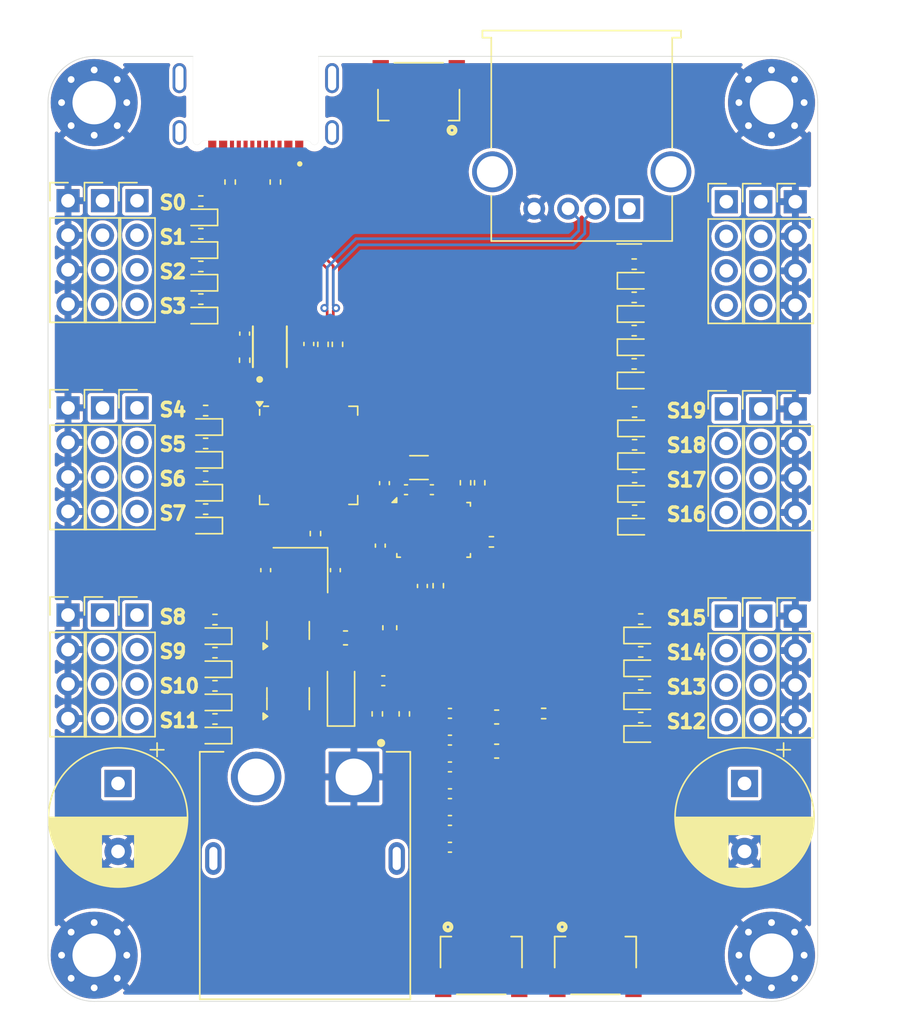
<source format=kicad_pcb>
(kicad_pcb (version 20240108) (generator "pcbnew") (generator_version "8.0")
  (layers (0 "F.Cu" signal) (31 "B.Cu" signal) (34 "B.Paste" user) (35 "F.Paste" user) (36 "B.SilkS" user "B.Silkscreen") (37 "F.SilkS" user "F.Silkscreen") (38 "B.Mask" user) (39 "F.Mask" user) (44 "Edge.Cuts" user))
  (net 0 "")
  (net 1 "VSYS")
  (net 2 "VBUS")
  (net 3 "/DN")
  (net 4 "/DP")
  (net 5 "/GPIO16")
  (net 6 "/USB_DN")
  (net 7 "/GPIO27_ADC1")
  (net 8 "GND")
  (net 9 "/GPIO1")
  (net 10 "+3V3")
  (net 11 "/GPIO11")
  (net 12 "/QSPI_SCLK")
  (net 13 "/GPIO2")
  (net 14 "/GPIO20")
  (net 15 "/QSPI_SD1")
  (net 16 "/GPIO22")
  (net 17 "/GPIO4")
  (net 18 "Net-(U1-XIN)")
  (net 19 "+1V2")
  (net 20 "/SWCLK")
  (net 21 "/QSPI_SS")
  (net 22 "/GPIO25")
  (net 23 "/GPIO8")
  (net 24 "/GPIO7")
  (net 25 "/GPIO29_ADC3")
  (net 26 "/RUN")
  (net 27 "/GPIO28_ADC2")
  (net 28 "Net-(U1-XOUT)")
  (net 29 "/GPIO24")
  (net 30 "/GPIO13")
  (net 31 "/GPIO18")
  (net 32 "/QSPI_SD2")
  (net 33 "/QSPI_SD3")
  (net 34 "/GPIO26_ADC0")
  (net 35 "/GPIO3")
  (net 36 "/GPIO14")
  (net 37 "/GPIO21")
  (net 38 "/GPIO19")
  (net 39 "/GPIO6")
  (net 40 "/USB_DP")
  (net 41 "/GPIO5")
  (net 42 "/GPIO17")
  (net 43 "/GPIO12")
  (net 44 "/GPIO15")
  (net 45 "/QSPI_SD0")
  (net 46 "/GPIO23")
  (net 47 "/GPIO9")
  (net 48 "/SWD")
  (net 49 "/GPIO0")
  (net 50 "/GPIO10")
  (net 51 "Net-(U2-XIN32)")
  (net 52 "/IMU/SCL")
  (net 56 "/IMU/INT")
  (net 57 "/IMU/~{RESET}")
  (net 59 "Net-(U2-CAP)")
  (net 61 "Net-(U2-COM3)")
  (net 63 "Net-(U2-XOUT32)")
  (net 66 "/IMU/SDA")
  (net 68 "Net-(U3-EN)")
  (net 71 "Net-(C2-Pad2)")
  (net 72 "+5V")
  (net 73 "Net-(J2-Pin_2)")
  (net 74 "Net-(J2-Pin_4)")
  (net 75 "Net-(J2-Pin_1)")
  (net 76 "Net-(J2-Pin_3)")
  (net 77 "Net-(J3-Pin_2)")
  (net 78 "Net-(J3-Pin_1)")
  (net 79 "Net-(J3-Pin_3)")
  (net 80 "Net-(J3-Pin_4)")
  (net 81 "Net-(J4-Pin_1)")
  (net 82 "Net-(J4-Pin_2)")
  (net 83 "Net-(J4-Pin_3)")
  (net 84 "Net-(J4-Pin_4)")
  (net 85 "Net-(J5-Pin_3)")
  (net 86 "Net-(J5-Pin_4)")
  (net 87 "Net-(J5-Pin_1)")
  (net 88 "Net-(J5-Pin_2)")
  (net 89 "Net-(J6-Pin_4)")
  (net 90 "Net-(J6-Pin_3)")
  (net 91 "Net-(J6-Pin_1)")
  (net 92 "Net-(J6-Pin_2)")
  (net 93 "Net-(J7-Pin_1)")
  (net 94 "Net-(J7-Pin_4)")
  (net 95 "Net-(J7-Pin_2)")
  (net 96 "Net-(J7-Pin_3)")
  (net 97 "/Servo Connector/SERVO_0")
  (net 98 "/Servo Connector/SERVO_1")
  (net 99 "/Servo Connector/SERVO_2")
  (net 100 "/Servo Connector/SERVO_3")
  (net 101 "/Servo Connector/SERVO_4")
  (net 102 "/Servo Connector/SERVO_5")
  (net 103 "/Servo Connector/SERVO_6")
  (net 104 "/Servo Connector/SERVO_7")
  (net 105 "/Servo Connector/SERVO_8")
  (net 106 "/Servo Connector/SERVO_9")
  (net 107 "/Servo Connector/SERVO_10")
  (net 108 "/Servo Connector/SERVO_11")
  (net 109 "/Servo Connector/SERVO_12")
  (net 110 "/Servo Connector/SERVO_13")
  (net 111 "/Servo Connector/SERVO_14")
  (net 112 "/Servo Connector/SERVO_15")
  (net 113 "/Servo Connector/SERVO_16")
  (net 114 "/Servo Connector/SERVO_17")
  (net 115 "/Servo Connector/SERVO_18")
  (net 116 "/Servo Connector/SERVO_19")
  (net 117 "/Servo Connector/SERVO_20")
  (net 118 "/Servo Connector/SERVO_21")
  (net 119 "/Servo Connector/SERVO_22")
  (net 120 "/Servo Connector/SERVO_23")
  (net 123 "Net-(J24-CC1)")
  (net 124 "VSERVO")
  (net 126 "Net-(J24-CC2)")
  (net 128 "Net-(J15-SHIELD-PadS1)")
  (net 132 "Net-(J22-SHIELD-PadS1)")
  (net 137 "Net-(J23-SHIELD-PadS1)")
  (footprint "Resistor_SMD:R_0402_1005Metric" (layer "F.Cu") (at 145.0409 101.284311)
    (property "Reference" "R24" (hide yes))
    (property "Value" "330")
  )
  (footprint "Diode_SMD:D_SOD-523" (layer "F.Cu") (at 145.0634 97.670256)
    (property "Reference" "D19" (hide yes))
    (property "Value" "3.3V")
  )
  (footprint "Resistor_SMD:R_0402_1005Metric" (layer "F.Cu") (at 126.0974 116.2637 90)
    (property "Reference" "R37" (hide yes))
    (property "Value" "10K")
  )
  (footprint "Connector_PinHeader_2.54mm:PinHeader_1x04_P2.54mm_Vertical" (layer "F.Cu") (at 154.3304 78.5876)
    (property "Reference" "J12" (hide yes))
    (property "Value" "SERVO_PWR")
  )
  (footprint "Connector_PinHeader_2.54mm:PinHeader_1x04_P2.54mm_Vertical" (layer "F.Cu") (at 103.3272 78.5114)
    (property "Reference" "J16" (hide yes))
    (property "Value" "SERVO_GND")
  )
  (footprint "Diode_SMD:D_SOD-523" (layer "F.Cu") (at 113.0837 86.96113 180)
    (property "Reference" "D5" (hide yes))
    (property "Value" "3.3V")
  )
  (footprint "Diode_SMD:D_SOD-523" (layer "F.Cu") (at 145.0634 95.260886)
    (property "Reference" "D18" (hide yes))
    (property "Value" "3.3V")
  )
  (footprint "Connector_PinHeader_2.54mm:PinHeader_1x04_P2.54mm_Vertical" (layer "F.Cu") (at 105.8672 78.5114)
    (property "Reference" "J9" (hide yes))
    (property "Value" "SERVO_PWR")
  )
  (footprint "Capacitor_SMD:C_0402_1005Metric" (layer "F.Cu") (at 129.4184 106.8552 -90)
    (property "Reference" "C16" (hide yes))
    (property "Value" "100n")
  )
  (footprint "Connector_USB:USB_A_Molex_67643_Horizontal" (layer "F.Cu") (at 144.6478 79.0962 180)
    (property "Reference" "J1" (hide yes))
    (property "Value" "USB_A")
  )
  (footprint "W25Q16JVUXIQ:Winbond-UX-0-0-IPC_B" (layer "F.Cu") (at 118.1862 89.2556 90)
    (property "Reference" "U4" (hide yes))
    (property "Value" "W25Q16JVUXIQ")
  )
  (footprint "Capacitor_THT:CP_Radial_D10.0mm_P5.00mm" (layer "F.Cu") (at 153.1366 121.381123 -90)
    (property "Reference" "C13" (hide yes))
    (property "Value" "1200u")
  )
  (footprint "Diode_SMD:D_SOD-523" (layer "F.Cu") (at 113.0837 84.54813 180)
    (property "Reference" "D4" (hide yes))
    (property "Value" "3.3V")
  )
  (footprint "Diode_SMD:D_SOD-523" (layer "F.Cu") (at 114.1251 110.5408 180)
    (property "Reference" "D10" (hide yes))
    (property "Value" "3.3V")
  )
  (footprint "Connector_PinHeader_2.54mm:PinHeader_1x04_P2.54mm_Vertical" (layer "F.Cu") (at 105.8672 108.9914)
    (property "Reference" "J11" (hide yes))
    (property "Value" "SERVO_PWR")
  )
  (footprint "Resistor_SMD:R_0402_1005Metric" (layer "F.Cu") (at 121.5438 102.997 90)
    (property "Reference" "R3" (hide yes))
    (property "Value" "1K")
  )
  (footprint "Diode_SMD:D_SOD-523" (layer "F.Cu") (at 113.4373 99.992542 180)
    (property "Reference" "D8" (hide yes))
    (property "Value" "3.3V")
  )
  (footprint "Connector_PinHeader_2.54mm:PinHeader_1x04_P2.54mm_Vertical" (layer "F.Cu") (at 156.8704 93.8276)
    (property "Reference" "J20" (hide yes))
    (property "Value" "SERVO_GND")
  )
  (footprint "Connector_PinHeader_2.54mm:PinHeader_1x04_P2.54mm_Vertical" (layer "F.Cu") (at 151.7904 78.5876)
    (property "Reference" "J5" (hide yes))
    (property "Value" "SERVO_SIG")
  )
  (footprint "Connector_PinHeader_2.54mm:PinHeader_1x04_P2.54mm_Vertical" (layer "F.Cu") (at 151.7904 93.8276)
    (property "Reference" "J6" (hide yes))
    (property "Value" "SERVO_SIG")
  )
  (footprint "Diode_SMD:D_SOD-123" (layer "F.Cu") (at 123.4274 114.7987 90)
    (property "Reference" "D1" (hide yes))
    (property "Value" "MBR0540")
  )
  (footprint "Resistor_SMD:R_0402_1005Metric" (layer "F.Cu") (at 145.0106 88.069056)
    (property "Reference" "R19" (hide yes))
    (property "Value" "330")
  )
  (footprint "Capacitor_SMD:C_0402_1005Metric" (layer "F.Cu") (at 131.4464 120.1636)
    (property "Reference" "C8" (hide yes))
    (property "Value" "100n")
  )
  (footprint "Capacitor_SMD:C_0402_1005Metric" (layer "F.Cu") (at 131.4464 126.0736)
    (property "Reference" "C11" (hide yes))
    (property "Value" "100n")
  )
  (footprint "Diode_SMD:D_SOD-523" (layer "F.Cu") (at 145.5157 117.743514)
    (property "Reference" "D25" (hide yes))
    (property "Value" "3.3V")
  )
  (footprint "Connector_PinHeader_2.54mm:PinHeader_1x04_P2.54mm_Vertical" (layer "F.Cu") (at 103.3272 93.7514)
    (property "Reference" "J17" (hide yes))
    (property "Value" "SERVO_GND")
  )
  (footprint "Capacitor_SMD:C_0402_1005Metric" (layer "F.Cu") (at 131.4464 122.1336)
    (property "Reference" "C9" (hide yes))
    (property "Value" "100n")
  )
  (footprint "Resistor_SMD:R_0402_1005Metric" (layer "F.Cu") (at 113.4598 98.784228 180)
    (property "Reference" "R11" (hide yes))
    (property "Value" "330")
  )
  (footprint "Resistor_SMD:R_0402_1005Metric" (layer "F.Cu") (at 145.0106 90.514712)
    (property "Reference" "R20" (hide yes))
    (property "Value" "330")
  )
  (footprint "Resistor_SMD:R_0402_1005Metric" (layer "F.Cu") (at 118.5926 77.1398 90)
    (property "Reference" "R39" (hide yes))
    (property "Value" "5K1")
  )
  (footprint "Capacitor_SMD:C_0603_1608Metric" (layer "F.Cu") (at 134.8864 116.4936)
    (property "Reference" "C4" (hide yes))
    (property "Value" "1u")
  )
  (footprint "Resistor_SMD:R_0402_1005Metric" (layer "F.Cu") (at 128.0874 116.2637 90)
    (property "Reference" "R38" (hide yes))
    (property "Value" "10K")
  )
  (footprint "Diode_SMD:D_SOD-523" (layer "F.Cu") (at 113.4373 102.40917 180)
    (property "Reference" "D9" (hide yes))
    (property "Value" "3.3V")
  )
  (footprint "Capacitor_SMD:C_0603_1608Metric" (layer "F.Cu") (at 134.8864 119.0036)
    (property "Reference" "C7" (hide yes))
    (property "Value" "1u")
  )
  (footprint "Capacitor_SMD:C_0402_1005Metric" (layer "F.Cu") (at 128.2119 99.7712 180)
    (property "Reference" "C15" (hide yes))
    (property "Value" "22p")
  )
  (footprint "Resistor_SMD:R_0402_1005Metric" (layer "F.Cu") (at 145.4932 114.118572)
    (property "Reference" "R27" (hide yes))
    (property "Value" "330")
  )
  (footprint "SM04B-SRSS-TB_LF__SN_:JST_SM04B-SRSS-TB_LF__SN_" (layer "F.Cu") (at 129.1482 72.9422 180)
    (property "Reference" "J23" (hide yes))
    (property "Value" "SM04B-SRSS-TB_LF__SN_")
  )
  (footprint "Diode_SMD:D_SOD-523" (layer "F.Cu") (at 114.1251 112.9792 180)
    (property "Reference" "D11" (hide yes))
    (property "Value" "3.3V")
  )
  (footprint "Package_DFN_QFN:QFN-56-1EP_7x7mm_P0.4mm_EP3.2x3.2mm" (layer "F.Cu") (at 121.0438 97.244)
    (property "Reference" "U1" (hide yes))
    (property "Value" "RP2040")
  )
  (footprint "Connector_PinHeader_2.54mm:PinHeader_1x04_P2.54mm_Vertical" (layer "F.Cu") (at 151.7904 109.0676)
    (property "Reference" "J7" (hide yes))
    (property "Value" "SERVO_SIG")
  )
  (footprint "Diode_SMD:D_SOD-523" (layer "F.Cu") (at 145.0331 91.737544)
    (property "Reference" "D17" (hide yes))
    (property "Value" "3.3V")
  )
  (footprint "Diode_SMD:D_SOD-523" (layer "F.Cu") (at 145.5157 115.326886)
    (property "Reference" "D24" (hide yes))
    (property "Value" "3.3V")
  )
  (footprint "Capacitor_SMD:C_0402_1005Metric" (layer "F.Cu") (at 126.6244 99.2912 90)
    (property "Reference" "C17" (hide yes))
    (property "Value" "100n")
  )
  (footprint "Diode_SMD:D_SOD-523" (layer "F.Cu") (at 113.0837 79.739066 180)
    (property "Reference" "D2" (hide yes))
    (property "Value" "3.3V")
  )
  (footprint "Resistor_SMD:R_0402_1005Metric" (layer "F.Cu") (at 115.2652 77.1398 90)
    (property "Reference" "R40" (hide yes))
    (property "Value" "5K1")
  )
  (footprint "Connector_PinHeader_2.54mm:PinHeader_1x04_P2.54mm_Vertical" (layer "F.Cu") (at 103.3272 108.9914)
    (property "Reference" "J18" (hide yes))
    (property "Value" "SERVO_GND")
  )
  (footprint "Resistor_SMD:R_0402_1005Metric" (layer "F.Cu") (at 113.1062 83.345864 180)
    (property "Reference" "R7" (hide yes))
    (property "Value" "330")
  )
  (footprint "Diode_SMD:D_SOD-523" (layer "F.Cu") (at 145.0331 89.291884)
    (property "Reference" "D16" (hide yes))
    (property "Value" "3.3V")
  )
  (footprint "Resistor_SMD:R_0402_1005Metric" (layer "F.Cu") (at 122.0978 89.0778 -90)
    (property "Reference" "R1" (hide yes))
    (property "Value" "22")
  )
  (footprint "Resistor_SMD:R_0402_1005Metric" (layer "F.Cu") (at 133.6348 99.2612 -90)
    (property "Reference" "R35" (hide yes))
    (property "Value" "2K2")
  )
  (footprint "Diode_SMD:D_SOD-523" (layer "F.Cu") (at 145.0634 100.079626)
    (property "Reference" "D20" (hide yes))
    (property "Value" "3.3V")
  )
  (footprint "Capacitor_SMD:C_0402_1005Metric" (layer "F.Cu") (at 131.4464 118.1936)
    (property "Reference" "C6" (hide yes))
    (property "Value" "100n")
  )
  (footprint "Connector_PinHeader_2.54mm:PinHeader_1x04_P2.54mm_Vertical" (layer "F.Cu") (at 154.3304 93.8276)
    (property "Reference" "J13" (hide yes))
    (property "Value" "SERVO_PWR")
  )
  (footprint "Capacitor_SMD:C_0402_1005Metric" (layer "F.Cu") (at 117.8814 105.6894 -90)
    (property "Reference" "C1" (hide yes))
    (property "Value" "22p")
  )
  (footprint "Diode_SMD:D_SOD-523" (layer "F.Cu") (at 114.1251 117.856 180)
    (property "Reference" "D13" (hide yes))
    (property "Value" "3.3V")
  )
  (footprint "Resistor_SMD:R_0402_1005Metric" (layer "F.Cu") (at 113.1062 85.750396 180)
    (property "Reference" "R8" (hide yes))
    (property "Value" "330")
  )
  (footprint "Connector_PinHeader_2.54mm:PinHeader_1x04_P2.54mm_Vertical" (layer "F.Cu") (at 108.4072 93.7514)
    (property "Reference" "J3" (hide yes))
    (property "Value" "SERVO_SIG")
  )
  (footprint "Package_TO_SOT_SMD:SOT-23" (layer "F.Cu") (at 119.5324 110.1237 90)
    (property "Reference" "Q1" (hide yes))
    (property "Value" "DMG3415")
  )
  (footprint "Capacitor_SMD:C_0402_1005Metric" (layer "F.Cu") (at 121.0564 89.0506 90)
    (property "Reference" "C3" (hide yes))
    (property "Value" "100n")
  )
  (footprint "Resistor_SMD:R_0402_1005Metric" (layer "F.Cu") (at 145.0106 85.6234)
    (property "Reference" "R18" (hide yes))
    (property "Value" "330")
  )
  (footprint "SM04B-SRSS-TB_LF__SN_:JST_SM04B-SRSS-TB_LF__SN_" (layer "F.Cu") (at 133.7504 132.3198)
    (property "Reference" "J15" (hide yes))
    (property "Value" "SM04B-SRSS-TB_LF__SN_")
  )
  (footprint "MountingHole:MountingHole_3.2mm_M3_Pad_Via" (layer "F.Cu") (at 155.1214 71.2944)
    (property "Reference" "H3" (hide yes))
    (property "Value" "MountingHole_Pad")
  )
  (footprint "Capacitor_SMD:C_0603_1608Metric" (layer "F.Cu") (at 123.7574 110.6737 180)
    (property "Reference" "C20" (hide yes))
    (property "Value" "22u")
  )
  (footprint "Diode_SMD:D_SOD-523" (layer "F.Cu") (at 145.0331 84.400572)
    (property "Reference" "D14" (hide yes))
    (property "Value" "3.3V")
  )
  (footprint "MountingHole:MountingHole_3.2mm_M3_Pad_Via" (layer "F.Cu") (at 155.1214 134.014)
    (property "Reference" "H4" (hide yes))
    (property "Value" "MountingHole_Pad")
  )
  (footprint "Crystal:Crystal_SMD_3215-2Pin_3.2x1.5mm" (layer "F.Cu") (at 129.1644 98.1456 180)
    (property "Reference" "Y2" (hide yes))
    (property "Value" "32.768KHz")
  )
  (footprint "Capacitor_SMD:C_0402_1005Metric" (layer "F.Cu") (at 131.4464 124.1036)
    (property "Reference" "C10" (hide yes))
    (property "Value" "100n")
  )
  (footprint "Package_LGA:LGA-28_5.2x3.8mm_P0.5mm" (layer "F.Cu") (at 130.2452 102.7267)
    (property "Reference" "U2" (hide yes))
    (property "Value" "BNO055")
  )
  (footprint "Resistor_SMD:R_0402_1005Metric" (layer "F.Cu") (at 134.4984 103.6066)
    (property "Reference" "R33" (hide yes))
    (property "Value" "10K")
  )
  (footprint "Molex-USB-mid-mount-2169900003:MOLEX_2169900003" (layer "F.Cu") (at 117.1486 69.4944 180)
    (property "Reference" "J24" (hide yes))
    (property "Value" "2169900003")
    (fp_line (start 4.62 1.6) (end 4.62 -4.6) (stroke (width 0.01)) (layer "Edge.Cuts"))
    (fp_line (start -3.80038 -4.6) (end 3.80038 -4.6) (stroke (width 0.01)) (layer "Edge.Cuts"))
    (fp_line (start -4.62 1.6) (end -4.62 -4.6) (stroke (width 0.01)) (layer "Edge.Cuts"))
    (fp_arc (start 4.06019 -4.75) (mid 4.397645 -4.88978) (end 4.62 -4.600001) (stroke (width 0.01)) (layer "Edge.Cuts"))
    (fp_arc (start 4.06019 -4.75) (mid 3.95038 -4.640198) (end 3.80038 -4.6) (stroke (width 0.01)) (layer "Edge.Cuts"))
    (fp_arc (start -3.80038 -4.6) (mid -3.950382 -4.640191) (end -4.060191 -4.75) (stroke (width 0.01)) (layer "Edge.Cuts"))
    (fp_arc (start -4.62 -4.6) (mid -4.397645 -4.889779) (end -4.060191 -4.750001) (stroke (width 0.01)) (layer "Edge.Cuts"))
  )
  (footprint "Resistor_SMD:R_0402_1005Metric" (layer "F.Cu") (at 145.4932 109.285316)
    (property "Reference" "R25" (hide yes))
    (property "Value" "330")
  )
  (footprint "Capacitor_SMD:C_0402_1005Metric" (layer "F.Cu") (at 116.332 88.2904 -90)
    (property "Reference" "C22" (hide yes))
    (property "Value" "100n")
  )
  (footprint "Connector_PinHeader_2.54mm:PinHeader_1x04_P2.54mm_Vertical" (layer "F.Cu") (at 108.4072 108.9914)
    (property "Reference" "J4" (hide yes))
    (property "Value" "SERVO_SIG")
  )
  (footprint "Resistor_SMD:R_0402_1005Metric" (layer "F.Cu") (at 114.1476 114.1984 180)
    (property "Reference" "R15" (hide yes))
    (property "Value" "330")
  )
  (footprint "Connector_PinHeader_2.54mm:PinHeader_1x04_P2.54mm_Vertical" (layer "F.Cu") (at 105.8672 93.7514)
    (property "Reference" "J10" (hide yes))
    (property "Value" "SERVO_PWR")
  )
  (footprint "MountingHole:MountingHole_3.2mm_M3_Pad_Via" (layer "F.Cu") (at 105.254 134.014)
    (property "Reference" "H1" (hide yes))
    (property "Value" "MountingHole_Pad")
  )
  (footprint "Resistor_SMD:R_0402_1005Metric" (layer "F.Cu") (at 145.0409 94.056201)
    (property "Reference" "R21" (hide yes))
    (property "Value" "330")
  )
  (footprint "Resistor_SMD:R_0402_1005Metric" (layer "F.Cu") (at 145.0409 96.465571)
    (property "Reference" "R22" (hide yes))
    (property "Value" "330")
  )
  (footprint "Capacitor_THT:CP_Radial_D10.0mm_P5.00mm" (layer "F.Cu") (at 107.0102 121.381123 -90)
    (property "Reference" "C12" (hide yes))
    (property "Value" "1200u")
  )
  (footprint "Resistor_SMD:R_0402_1005Metric" (layer "F.Cu") (at 114.1476 116.6368 180)
    (property "Reference" "R16" (hide yes))
    (property "Value" "330")
  )
  (footprint "Capacitor_SMD:C_0402_1005Metric" (layer "F.Cu") (at 126.3196 103.886 -90)
    (property "Reference" "C18" (hide yes))
    (property "Value" "100n")
  )
  (footprint "Resistor_SMD:R_0402_1005Metric" (layer "F.Cu") (at 145.0106 83.177744)
    (property "Reference" "R17" (hide yes))
    (property "Value" "330")
  )
  (footprint "Connector_PinHeader_2.54mm:PinHeader_1x04_P2.54mm_Vertical" (layer "F.Cu") (at 154.3304 109.0676)
    (property "Reference" "J14" (hide yes))
    (property "Value" "SERVO_PWR")
  )
  (footprint "Resistor_SMD:R_0402_1005Metric" (layer "F.Cu") (at 113.1062 80.941332 180)
    (property "Reference" "R6" (hide yes))
    (property "Value" "330")
  )
  (footprint "Resistor_SMD:R_0402_1005Metric" (layer "F.Cu") (at 114.1476 109.3216 180)
    (property "Reference" "R13" (hide yes))
    (property "Value" "330")
  )
  (footprint "Capacitor_SMD:C_0402_1005Metric" (layer "F.Cu") (at 130.1169 99.7712)
    (property "Reference" "C14" (hide yes))
    (property "Value" "22p")
  )
  (footprint "Resistor_SMD:R_0402_1005Metric" (layer "F.Cu") (at 145.0409 98.874941)
    (property "Reference" "R23" (hide yes))
    (property "Value" "330")
  )
  (footprint "Capacitor_SMD:C_0402_1005Metric" (layer "F.Cu") (at 126.5374 113.8237 180)
    (property "Reference" "C21" (hide yes))
    (property "Value" "100n")
  )
  (footprint "Capacitor_SMD:C_0402_1005Metric" (layer "F.Cu") (at 131.4464 116.2236)
    (property "Reference" "C5" (hide yes))
    (property "Value" "100n")
  )
  (footprint "Resistor_SMD:R_0402_1005Metric" (layer "F.Cu") (at 113.4598 93.950972 180)
    (property "Reference" "R9" (hide yes))
    (property "Value" "330")
  )
  (footprint "Diode_SMD:D_SOD-523" (layer "F.Cu") (at 114.1251 115.4176 180)
    (property "Reference" "D12" (hide yes))
    (property "Value" "3.3V")
  )
  (footprint "Diode_SMD:D_SOD-523" (layer "F.Cu") (at 113.4373 95.159286 180)
    (property "Reference" "D6" (hide yes))
    (property "Value" "3.3V")
  )
  (footprint "Package_TO_SOT_SMD:SOT-23-5" (layer "F.Cu") (at 119.5324 115.1437 90)
    (property "Reference" "U3" (hide yes))
    (property "Value" "AP2112K-3.3")
  )
  (footprint "Resistor_SMD:R_0402_1005Metric" (layer "F.Cu") (at 132.5934 99.2612 -90)
    (property "Reference" "R34" (hide yes))
    (property "Value" "2K2")
  )
  (footprint "Connector_PinHeader_2.54mm:PinHeader_1x04_P2.54mm_Vertical" (layer "F.Cu") (at 156.8704 78.5876)
    (property "Reference" "J19" (hide yes))
    (property "Value" "SERVO_GND")
  )
  (footprint "XT60PW-M:XT60PW-M" (layer "F.Cu") (at 120.777 126.9003 180)
    (property "Reference" "J8" (hide yes))
    (property "Value" "XT60PW-M")
  )
  (footprint "Diode_SMD:D_SOD-523" (layer "F.Cu") (at 113.0837 82.143598 180)
    (property "Reference" "D3" (hide yes))
    (property "Value" "3.3V")
  )
  (footprint "Diode_SMD:D_SOD-523" (layer "F.Cu") (at 145.0634 102.488996)
    (property "Reference" "D21" (hide yes))
    (property "Value" "3.3V")
  )
  (footprint "Resistor_SMD:R_0402_1005Metric" (layer "F.Cu") (at 113.4598 101.200856 180)
    (property "Reference" "R12" (hide yes))
    (property "Value" "330")
  )
  (footprint "Resistor_SMD:R_0402_1005Metric" (layer "F.Cu") (at 138.3464 116.2336)
    (property "Reference" "R4" (hide yes))
    (property "Value" "10K")
  )
  (footprint "Resistor_SMD:R_0402_1005Metric" (layer "F.Cu") (at 114.1476 111.76 180)
    (property "Reference" "R14" (hide yes))
    (property "Value" "330")
  )
  (footprint "Resistor_SMD:R_0402_1005Metric" (layer "F.Cu") (at 116.332 90.2462 90)
    (property "Reference" "R41" (hide yes))
    (property "Value" "10K")
  )
  (footprint "Capacitor_SMD:C_0402_1005Metric" (layer "F.Cu") (at 123.0122 105.6894 90)
    (property "Reference" "C2" (hide yes))
    (property "Value" "22p")
  )
  (footprint "Resistor_SMD:R_0402_1005Metric" (layer "F.Cu") (at 123.1646 89.0778 -90)
    (property "Reference" "R2" (hide yes))
    (property "Value" "22")
  )
  (footprint "Resistor_SMD:R_0402_1005Metric" (layer "F.Cu") (at 113.1062 78.5368 180)
    (property "Reference" "R5" (hide yes))
    (property "Value" "330")
  )
  (footprint "Resistor_SMD:R_0402_1005Metric" (layer "F.Cu") (at 130.5868 106.8324 90)
    (property "Reference" "R36" (hide yes))
    (property "Value" "10K")
  )
  (footprint "Connector_PinHeader_2.54mm:PinHeader_1x04_P2.54mm_Vertical" (layer "F.Cu") (at 108.4072 78.5114)
    (property "Reference" "J2" (hide yes))
    (property "Value" "SERVO_SIG")
  )
  (footprint "Crystal:Crystal_SMD_3225-4Pin_3.2x2.5mm" (layer "F.Cu") (at 120.4438 105.6894 180)
    (property "Reference" "Y1" (hide yes))
    (property "Value" "24MHz")
  )
  (footprint "Diode_SMD:D_SOD-523" (layer "F.Cu") (at 145.5157 110.49363)
    (property "Reference" "D22" (hide yes))
    (property "Value" "3.3V")
  )
  (footprint "MountingHole:MountingHole_3.2mm_M3_Pad_Via" (layer "F.Cu") (at 105.254 71.2944)
    (property "Reference" "H2" (hide yes))
    (property "Value" "MountingHole_Pad")
  )
  (footprint "Capacitor_SMD:C_0603_1608Metric" (layer "F.Cu") (at 127.0174 109.9237 90)
    (property "Reference" "C19" (hide yes))
    (property "Value" "10u")
  )
  (footprint "Diode_SMD:D_SOD-523" (layer "F.Cu") (at 145.5157 112.910258)
    (property "Reference" "D23" (hide yes))
    (property "Value" "3.3V")
  )
  (footprint "Diode_SMD:D_SOD-523" (layer "F.Cu") (at 113.4373 97.575914 180)
    (property "Reference" "D7" (hide yes))
    (property "Value" "3.3V")
  )
  (footprint "Resistor_SMD:R_0402_1005Metric" (layer "F.Cu") (at 145.4932 111.701944)
    (property "Reference" "R26" (hide yes))
    (property "Value" "330")
  )
  (footprint "Resistor_SMD:R_0402_1005Metric" (layer "F.Cu") (at 145.4932 116.5352)
    (property "Reference" "R28" (hide yes))
    (property "Value" "330")
  )
  (footprint "Resistor_SMD:R_0402_1005Metric" (layer "F.Cu") (at 113.4598 96.3676 180)
    (property "Reference" "R10" (hide yes))
    (property "Value" "330")
  )
  (footprint "Diode_SMD:D_SOD-523" (layer "F.Cu") (at 145.0331 86.846228)
    (property "Reference" "D15" (hide yes))
    (property "Value" "3.3V")
  )
  (footprint "Connector_PinHeader_2.54mm:PinHeader_1x04_P2.54mm_Vertical" (layer "F.Cu") (at 156.8704 109.0676)
    (property "Reference" "J21" (hide yes))
    (property "Value" "SERVO_GND")
  )
  (footprint "SM04B-SRSS-TB_LF__SN_:JST_SM04B-SRSS-TB_LF__SN_" (layer "F.Cu") (at 142.1578 132.3198)
    (property "Reference" "J22" (hide yes))
    (property "Value" "SM04B-SRSS-TB_LF__SN_")
  )
  (gr_line (start 101.854 71.2944) (end 101.854 134.014) (stroke (width 0.05)) (layer "Edge.Cuts"))
  (gr_arc (start 101.854 71.2944) (mid 102.849837 68.890237) (end 105.254 67.8944) (stroke (width 0.05)) (layer "Edge.Cuts"))
  (gr_line (start 105.254 137.414) (end 155.1214 137.414) (stroke (width 0.05)) (layer "Edge.Cuts"))
  (gr_arc (start 158.5214 134.014) (mid 157.525563 136.418163) (end 155.1214 137.414) (stroke (width 0.05)) (layer "Edge.Cuts"))
  (gr_arc (start 105.254 137.414) (mid 102.849837 136.418163) (end 101.854 134.014) (stroke (width 0.05)) (layer "Edge.Cuts"))
  (gr_line (start 105.254 67.8944) (end 112.5286 67.8944) (stroke (width 0.05)) (layer "Edge.Cuts"))
  (gr_line (start 121.7686 67.8944) (end 155.1214 67.8944) (stroke (width 0.05)) (layer "Edge.Cuts"))
  (gr_arc (start 155.1214 67.8944) (mid 157.525563 68.890237) (end 158.5214 71.2944) (stroke (width 0.05)) (layer "Edge.Cuts"))
  (gr_line (start 158.5214 71.2944) (end 158.5214 134.014) (stroke (width 0.05)) (layer "Edge.Cuts"))
  (gr_text "S8" (at 109.9312 109.71765 0) (layer "F.SilkS") (effects (font (size 1 1) (thickness 0.25) (bold yes)) (justify left bottom)))
  (gr_text "S19" (at 147.2692 94.55385 0) (layer "F.SilkS") (effects (font (size 1 1) (thickness 0.25) (bold yes)) (justify left bottom)))
  (gr_text "S1" (at 109.9312 81.77765 0) (layer "F.SilkS") (effects (font (size 1 1) (thickness 0.25) (bold yes)) (justify left bottom)))
  (gr_text "S12" (at 147.2692 117.41385 0) (layer "F.SilkS") (effects (font (size 1 1) (thickness 0.25) (bold yes)) (justify left bottom)))
  (gr_text "S18" (at 147.2692 97.09385 0) (layer "F.SilkS") (effects (font (size 1 1) (thickness 0.25) (bold yes)) (justify left bottom)))
  (gr_text "S13" (at 147.2692 114.87385 0) (layer "F.SilkS") (effects (font (size 1 1) (thickness 0.25) (bold yes)) (justify left bottom)))
  (gr_text "S2" (at 109.9312 84.31765 0) (layer "F.SilkS") (effects (font (size 1 1) (thickness 0.25) (bold yes)) (justify left bottom)))
  (gr_text "S7" (at 109.9312 102.09765 0) (layer "F.SilkS") (effects (font (size 1 1) (thickness 0.25) (bold yes)) (justify left bottom)))
  (gr_text "S5" (at 109.9312 97.01765 0) (layer "F.SilkS") (effects (font (size 1 1) (thickness 0.25) (bold yes)) (justify left bottom)))
  (gr_text "S11" (at 109.9312 117.33765 0) (layer "F.SilkS") (effects (font (size 1 1) (thickness 0.25) (bold yes)) (justify left bottom)))
  (gr_text "S3" (at 109.9312 86.85765 0) (layer "F.SilkS") (effects (font (size 1 1) (thickness 0.25) (bold yes)) (justify left bottom)))
  (gr_text "S10" (at 109.9312 114.79765 0) (layer "F.SilkS") (effects (font (size 1 1) (thickness 0.25) (bold yes)) (justify left bottom)))
  (gr_text "S15" (at 147.2692 109.79385 0) (layer "F.SilkS") (effects (font (size 1 1) (thickness 0.25) (bold yes)) (justify left bottom)))
  (gr_text "S0" (at 109.9312 79.23765 0) (layer "F.SilkS") (effects (font (size 1 1) (thickness 0.25) (bold yes)) (justify left bottom)))
  (gr_text "S14" (at 147.2692 112.33385 0) (layer "F.SilkS") (effects (font (size 1 1) (thickness 0.25) (bold yes)) (justify left bottom)))
  (gr_text "S4" (at 109.9312 94.47765 0) (layer "F.SilkS") (effects (font (size 1 1) (thickness 0.25) (bold yes)) (justify left bottom)))
  (gr_text "S17" (at 147.2692 99.63385 0) (layer "F.SilkS") (effects (font (size 1 1) (thickness 0.25) (bold yes)) (justify left bottom)))
  (gr_text "S6" (at 109.9312 99.55765 0) (layer "F.SilkS") (effects (font (size 1 1) (thickness 0.25) (bold yes)) (justify left bottom)))
  (gr_text "S16" (at 147.2692 102.17385 0) (layer "F.SilkS") (effects (font (size 1 1) (thickness 0.25) (bold yes)) (justify left bottom)))
  (gr_text "S9" (at 109.9312 112.25765 0) (layer "F.SilkS") (effects (font (size 1 1) (thickness 0.25) (bold yes)) (justify left bottom)))
  (segment (start 122.856201 86.210801) (end 122.856201 83.320401) (width 0.2) (layer "F.Cu") (net 3))
  (segment (start 123.0562 86.4108) (end 122.856201 86.210801) (width 0.2) (layer "F.Cu") (net 3))
  (segment (start 117.3952 77.8594) (end 117.3952 76.3016) (width 0.2) (layer "F.Cu") (net 3))
  (segment (start 122.856201 88.259401) (end 122.856201 86.610799) (width 0.2) (layer "F.Cu") (net 3))
  (segment (start 123.1646 88.5678) (end 122.856201 88.259401) (width 0.2) (layer "F.Cu") (net 3))
  (segment (start 122.856201 86.610799) (end 123.0562 86.4108) (width 0.2) (layer "F.Cu") (net 3))
  (segment (start 122.856201 83.320401) (end 117.3952 77.8594) (width 0.2) (layer "F.Cu") (net 3))
  (via (at 123.0562 86.4108) (size 0.6) (drill 0.3) (layers "F.Cu" "B.Cu") (net 3))
  (segment (start 141.372801 80.915999) (end 141.372801 79.871199) (width 0.2) (layer "B.Cu") (net 3))
  (segment (start 122.856201 86.210801) (end 122.856201 83.608399) (width 0.2) (layer "B.Cu") (net 3))
  (segment (start 122.856201 83.608399) (end 124.7056 81.759) (width 0.2) (layer "B.Cu") (net 3))
  (segment (start 141.372801 79.871199) (end 142.1478 79.0962) (width 0.2) (layer "B.Cu") (net 3))
  (segment (start 140.5298 81.759) (end 141.372801 80.915999) (width 0.2) (layer "B.Cu") (net 3))
  (segment (start 124.7056 81.759) (end 140.5298 81.759) (width 0.2) (layer "B.Cu") (net 3))
  (segment (start 123.0562 86.4108) (end 122.856201 86.210801) (width 0.2) (layer "B.Cu") (net 3))
  (segment (start 116.9452 78.0458) (end 116.9452 76.3016) (width 0.2) (layer "F.Cu") (net 4))
  (segment (start 122.406199 86.610799) (end 122.2062 86.4108) (width 0.2) (layer "F.Cu") (net 4))
  (segment (start 122.2062 86.4108) (end 122.406199 86.210801) (width 0.2) (layer "F.Cu") (net 4))
  (segment (start 122.406199 83.506799) (end 116.9452 78.0458) (width 0.2) (layer "F.Cu") (net 4))
  (segment (start 122.0978 88.5678) (end 122.406199 88.259401) (width 0.2) (layer "F.Cu") (net 4))
  (segment (start 122.406199 86.210801) (end 122.406199 83.506799) (width 0.2) (layer "F.Cu") (net 4))
  (segment (start 122.406199 88.259401) (end 122.406199 86.610799) (width 0.2) (layer "F.Cu") (net 4))
  (via (at 122.2062 86.4108) (size 0.6) (drill 0.3) (layers "F.Cu" "B.Cu") (net 4))
  (segment (start 140.3434 81.309) (end 140.922799 80.729601) (width 0.2) (layer "B.Cu") (net 4))
  (segment (start 122.406199 86.210801) (end 122.406199 83.422001) (width 0.2) (layer "B.Cu") (net 4))
  (segment (start 140.922799 80.729601) (end 140.922799 79.871199) (width 0.2) (layer "B.Cu") (net 4))
  (segment (start 122.2062 86.4108) (end 122.406199 86.210801) (width 0.2) (layer "B.Cu") (net 4))
  (segment (start 122.406199 83.422001) (end 124.5192 81.309) (width 0.2) (layer "B.Cu") (net 4))
  (segment (start 140.922799 79.871199) (end 140.1478 79.0962) (width 0.2) (layer "B.Cu") (net 4))
  (segment (start 124.5192 81.309) (end 140.3434 81.309) (width 0.2) (layer "B.Cu") (net 4))
  (segment (start 119.373114 87.0712) (end 118.763837 87.0712) (width 0.2) (layer "F.Cu") (net 12))
  (segment (start 120.0438 87.741886) (end 119.373114 87.0712) (width 0.2) (layer "F.Cu") (net 12))
  (segment (start 118.4362 87.398837) (end 118.4362 87.855067) (width 0.2) (layer "F.Cu") (net 12))
  (segment (start 120.0438 93.8065) (end 120.0438 87.741886) (width 0.2) (layer "F.Cu") (net 12))
  (segment (start 118.763837 87.0712) (end 118.4362 87.398837) (width 0.2) (layer "F.Cu") (net 12))
  (segment (start 117.9362 91.730286) (end 117.9362 90.656132) (width 0.2) (layer "F.Cu") (net 15))
  (segment (start 118.8438 93.8065) (end 118.8438 92.637886) (width 0.2) (layer "F.Cu") (net 15))
  (segment (start 118.8438 92.637886) (end 117.9362 91.730286) (width 0.2) (layer "F.Cu") (net 15))
  (segment (start 119.4438 106.5394) (end 120.4438 105.5394) (width 0.2) (layer "F.Cu") (net 18))
  (segment (start 117.8814 106.1694) (end 118.9738 106.1694) (width 0.2) (layer "F.Cu") (net 18))
  (segment (start 120.4438 105.5394) (end 120.4438 100.6815) (width 0.2) (layer "F.Cu") (net 18))
  (segment (start 118.9738 106.1694) (end 119.3438 106.5394) (width 0.2) (layer "F.Cu") (net 18))
  (segment (start 119.3438 106.5394) (end 119.4438 106.5394) (width 0.2) (layer "F.Cu") (net 18))
  (segment (start 120.8438 89.7432) (end 121.0564 89.5306) (width 0.2) (layer "F.Cu") (net 19))
  (segment (start 120.8438 93.8065) (end 120.8438 89.7432) (width 0.2) (layer "F.Cu") (net 19))
  (segment (start 117.1174 89.7362) (end 116.332 89.7362) (width 0.2) (layer "F.Cu") (net 21))
  (segment (start 118.4438 92.803572) (end 117.4362 91.795972) (width 0.2) (layer "F.Cu") (net 21))
  (segment (start 118.4438 93.8065) (end 118.4438 92.803572) (width 0.2) (layer "F.Cu") (net 21))
  (segment (start 117.4362 90.055) (end 117.1174 89.7362) (width 0.2) (layer "F.Cu") (net 21))
  (segment (start 117.4362 91.795972) (end 117.4362 90.656132) (width 0.2) (layer "F.Cu") (net 21))
  (segment (start 117.4362 90.656132) (end 117.4362 90.055) (width 0.2) (layer "F.Cu") (net 21))
  (segment (start 120.8438 101.787) (end 121.5438 102.487) (width 0.2) (layer "F.Cu") (net 28))
  (segment (start 120.8438 100.6815) (end 120.8438 101.787) (width 0.2) (layer "F.Cu") (net 28))
  (segment (start 119.2438 93.8065) (end 119.2438 92.4722) (width 0.2) (layer "F.Cu") (net 32))
  (segment (start 118.4362 91.6646) (end 118.4362 90.656132) (width 0.2) (layer "F.Cu") (net 32))
  (segment (start 119.2438 92.4722) (end 118.4362 91.6646) (width 0.2) (layer "F.Cu") (net 32))
  (segment (start 119.5388 86.6712) (end 118.598151 86.6712) (width 0.2) (layer "F.Cu") (net 33))
  (segment (start 120.4438 87.5762) (end 119.5388 86.6712) (width 0.2) (layer "F.Cu") (net 33))
  (segment (start 120.4438 93.8065) (end 120.4438 87.5762) (width 0.2) (layer "F.Cu") (net 33))
  (segment (start 118.598151 86.6712) (end 117.9362 87.333151) (width 0.2) (layer "F.Cu") (net 33))
  (segment (start 117.9362 87.333151) (end 117.9362 87.855067) (width 0.2) (layer "F.Cu") (net 33))
  (segment (start 119.6438 89.113) (end 118.9362 88.4054) (width 0.2) (layer "F.Cu") (net 45))
  (segment (start 118.9362 88.4054) (end 118.9362 87.855067) (width 0.2) (layer "F.Cu") (net 45))
  (segment (start 119.6438 93.8065) (end 119.6438 89.113) (width 0.2) (layer "F.Cu") (net 45))
  (segment (start 123.0122 105.2094) (end 121.9138 105.2094) (width 0.2) (layer "F.Cu") (net 71))
  (segment (start 121.9138 105.2094) (end 121.5438 104.8394) (width 0.2) (layer "F.Cu") (net 71))
  (segment (start 121.5438 103.507) (end 121.5438 104.8394) (width 0.2) (layer "F.Cu") (net 71))
  (zone (net 8) (net_name "GND") (layer "F.Cu") (connect_pads (clearance 0.25)) (min_thickness 0.25) (fill yes (thermal_gap 0.25) (thermal_bridge_width 0.5))
    (polygon (pts (xy 158.9786 137.795) (xy 101.6254 137.795) (xy 101.6254 67.6148) (xy 158.9786 67.6148)))
  )
  (zone (net 8) (net_name "GND") (layer "B.Cu") (connect_pads (clearance 0.25)) (min_thickness 0.25) (fill yes (thermal_gap 0.25) (thermal_bridge_width 0.5))
    (polygon (pts (xy 158.9786 137.795) (xy 101.6254 137.795) (xy 101.6254 67.6148) (xy 158.9786 67.6148)))
  )
)
</source>
